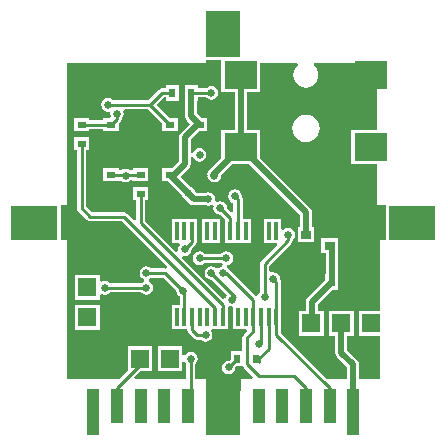
<source format=gbl>
%FSLAX25Y25*%
%MOIN*%
G70*
G01*
G75*
G04 Layer_Physical_Order=2*
G04 Layer_Color=16711680*
%ADD10R,0.04500X0.04500*%
%ADD11R,0.01969X0.08858*%
%ADD12R,0.07874X0.09843*%
G04:AMPARAMS|DCode=13|XSize=31.5mil|YSize=11.81mil|CornerRadius=0mil|HoleSize=0mil|Usage=FLASHONLY|Rotation=180.000|XOffset=0mil|YOffset=0mil|HoleType=Round|Shape=Octagon|*
%AMOCTAGOND13*
4,1,8,-0.01575,0.00295,-0.01575,-0.00295,-0.01280,-0.00591,0.01280,-0.00591,0.01575,-0.00295,0.01575,0.00295,0.01280,0.00591,-0.01280,0.00591,-0.01575,0.00295,0.0*
%
%ADD13OCTAGOND13*%

%ADD14R,0.03150X0.01181*%
%ADD15R,0.03150X0.02362*%
%ADD16C,0.01000*%
%ADD17C,0.02000*%
%ADD18R,0.06250X0.06250*%
%ADD19R,0.15748X0.11811*%
%ADD20R,0.11811X0.15748*%
%ADD21R,0.03937X0.15748*%
%ADD22R,0.03937X0.11811*%
%ADD23R,0.06250X0.06250*%
%ADD24C,0.02500*%
%ADD25R,0.11024X0.09449*%
%ADD26R,0.03500X0.03100*%
G04:AMPARAMS|DCode=27|XSize=59.06mil|YSize=12.8mil|CornerRadius=0mil|HoleSize=0mil|Usage=FLASHONLY|Rotation=90.000|XOffset=0mil|YOffset=0mil|HoleType=Round|Shape=Octagon|*
%AMOCTAGOND27*
4,1,8,0.00320,0.02953,-0.00320,0.02953,-0.00640,0.02633,-0.00640,-0.02633,-0.00320,-0.02953,0.00320,-0.02953,0.00640,-0.02633,0.00640,0.02633,0.00320,0.02953,0.0*
%
%ADD27OCTAGOND27*%

%ADD28R,0.01280X0.05906*%
%ADD29R,0.02362X0.03150*%
G36*
X377346Y326953D02*
X381819D01*
Y314386D01*
X377346D01*
Y305033D01*
X373263Y300950D01*
X372821Y300288D01*
X372666Y299508D01*
X372715Y299259D01*
X372706Y299213D01*
X372881Y298335D01*
X373378Y297590D01*
X374122Y297093D01*
X375000Y296919D01*
X375878Y297093D01*
X376622Y297590D01*
X377119Y298335D01*
X377294Y299213D01*
X377294Y299213D01*
X381018Y302937D01*
X386699D01*
X403473Y286163D01*
Y282078D01*
X402762D01*
Y276978D01*
X408262D01*
Y282078D01*
X407551D01*
Y287008D01*
X407396Y287788D01*
X406954Y288450D01*
X390370Y305033D01*
Y314386D01*
X385897D01*
Y326953D01*
X390370D01*
Y336614D01*
X402676D01*
X402913Y335914D01*
X402552Y335637D01*
X401887Y334770D01*
X401469Y333761D01*
X401326Y332677D01*
X401469Y331594D01*
X401887Y330584D01*
X402552Y329717D01*
X403419Y329052D01*
X404428Y328634D01*
X405512Y328491D01*
X406595Y328634D01*
X407605Y329052D01*
X408472Y329717D01*
X409137Y330584D01*
X409555Y331594D01*
X409698Y332677D01*
X409555Y333761D01*
X409137Y334770D01*
X408472Y335637D01*
X408110Y335914D01*
X408348Y336614D01*
X427165D01*
X429134Y334646D01*
Y314386D01*
X420654D01*
Y302937D01*
X429134D01*
Y289370D01*
X432071D01*
Y277559D01*
X430118D01*
Y254125D01*
X423198D01*
Y245875D01*
X430118D01*
Y231299D01*
X423299D01*
Y236221D01*
X423299Y236221D01*
X423144Y237001D01*
X422702Y237662D01*
X419362Y241002D01*
Y245875D01*
X421448D01*
Y254125D01*
X413198D01*
Y245875D01*
X415284D01*
Y240158D01*
X415439Y239377D01*
X415881Y238716D01*
X419221Y235376D01*
Y231299D01*
X412596D01*
X397199Y246696D01*
Y248725D01*
X397309Y248836D01*
Y255101D01*
X397199Y255212D01*
Y263778D01*
X397082Y264364D01*
X396941Y264575D01*
X396978Y264763D01*
X396804Y265641D01*
X396306Y266385D01*
X395562Y266883D01*
X394684Y267057D01*
X393962Y266914D01*
X393262Y267297D01*
Y269052D01*
X400688Y276478D01*
X401019Y276974D01*
X401136Y277559D01*
Y277843D01*
X401229Y277905D01*
X401726Y278650D01*
X401900Y279528D01*
X401726Y280405D01*
X401229Y281150D01*
X400484Y281647D01*
X399606Y281822D01*
X398728Y281647D01*
X398009Y281166D01*
X397860Y281195D01*
X397309Y281399D01*
Y284662D01*
X391471D01*
Y276756D01*
X395726D01*
X395994Y276109D01*
X390651Y270766D01*
X390319Y270270D01*
X390203Y269685D01*
Y260542D01*
X390110Y260480D01*
X389613Y259736D01*
X389525Y259297D01*
X388766Y259066D01*
X380018Y267814D01*
X379870Y267913D01*
X379575Y268354D01*
X379093Y268677D01*
X379240Y269420D01*
X379815Y269534D01*
X380559Y270031D01*
X381056Y270776D01*
X381231Y271654D01*
X381056Y272531D01*
X380559Y273276D01*
X379815Y273773D01*
X378937Y273948D01*
X378059Y273773D01*
X377315Y273276D01*
X377253Y273183D01*
X371763D01*
X371701Y273276D01*
X370957Y273773D01*
X370079Y273948D01*
X369201Y273773D01*
X368457Y273276D01*
X367959Y272531D01*
X367785Y271654D01*
X367959Y270776D01*
X368457Y270031D01*
X369201Y269534D01*
X370079Y269359D01*
X370957Y269534D01*
X371701Y270031D01*
X371763Y270124D01*
X377253D01*
X377315Y270031D01*
X377797Y269709D01*
X377649Y268966D01*
X377075Y268852D01*
X376331Y268354D01*
X375638D01*
X374894Y268852D01*
X374016Y269026D01*
X373138Y268852D01*
X372394Y268354D01*
X371896Y267610D01*
X371722Y266732D01*
X371896Y265854D01*
X372394Y265110D01*
X373138Y264613D01*
X374016Y264438D01*
X374125Y264460D01*
X379205Y259380D01*
X378786Y258752D01*
X378699Y258313D01*
X377939Y258082D01*
X364240Y271781D01*
X364585Y272426D01*
X365158Y272312D01*
X366035Y272487D01*
X366780Y272984D01*
X367277Y273728D01*
X367452Y274606D01*
X367430Y274716D01*
X368601Y275887D01*
X368933Y276383D01*
X369007Y276756D01*
X369160D01*
Y284662D01*
X360762D01*
Y276756D01*
X363110D01*
X363204Y276640D01*
X363420Y276056D01*
X363038Y275484D01*
X362863Y274606D01*
X362977Y274034D01*
X362332Y273689D01*
X351923Y284098D01*
Y290929D01*
X352969D01*
Y295291D01*
X347819D01*
Y290929D01*
X348864D01*
Y284533D01*
X348218Y284265D01*
X345969Y286514D01*
X345472Y286846D01*
X344887Y286963D01*
X334295D01*
X332238Y289019D01*
Y307661D01*
X333283D01*
Y312024D01*
X328134D01*
Y307661D01*
X329179D01*
Y288386D01*
X329296Y287801D01*
X329627Y287304D01*
X332580Y284352D01*
X333076Y284020D01*
X333661Y283904D01*
X344253D01*
X359300Y268857D01*
X358955Y268212D01*
X358705Y268262D01*
X354046D01*
X353984Y268354D01*
X353240Y268852D01*
X352362Y269026D01*
X351484Y268852D01*
X350740Y268354D01*
X350243Y267610D01*
X350068Y266732D01*
X350243Y265854D01*
X350740Y265110D01*
X351448Y264637D01*
X351484Y264369D01*
Y264174D01*
X351448Y263906D01*
X350740Y263433D01*
X350678Y263340D01*
X340267D01*
X340205Y263433D01*
X339461Y263931D01*
X338583Y264105D01*
X337705Y263931D01*
X337502Y263795D01*
X336802Y264169D01*
Y266094D01*
X328552D01*
Y257844D01*
X336802D01*
Y259453D01*
X337502Y259827D01*
X337705Y259692D01*
X338583Y259517D01*
X339461Y259692D01*
X340205Y260189D01*
X340267Y260282D01*
X350678D01*
X350740Y260189D01*
X351484Y259692D01*
X352362Y259517D01*
X353240Y259692D01*
X353984Y260189D01*
X354482Y260933D01*
X354656Y261811D01*
X354482Y262689D01*
X353984Y263433D01*
X353276Y263906D01*
X353240Y264174D01*
Y264369D01*
X353276Y264637D01*
X353984Y265110D01*
X354046Y265203D01*
X358072D01*
X362339Y260936D01*
X362317Y260827D01*
X362492Y259949D01*
X362989Y259205D01*
X363431Y258909D01*
Y255921D01*
X360762D01*
Y248016D01*
X365990D01*
Y247638D01*
X366107Y247053D01*
X366438Y246556D01*
X368013Y244982D01*
X368509Y244650D01*
X369094Y244534D01*
X370363D01*
X370425Y244441D01*
X371169Y243944D01*
X372047Y243769D01*
X372925Y243944D01*
X373669Y244441D01*
X374167Y245185D01*
X374341Y246063D01*
X374167Y246941D01*
X373916Y247316D01*
X374290Y248016D01*
X379396D01*
Y255335D01*
X379975Y255719D01*
X380096Y255741D01*
X380906Y255580D01*
X381234Y255310D01*
Y248016D01*
X385611D01*
X385901Y247316D01*
X384745Y246160D01*
X384414Y245664D01*
X384297Y245079D01*
Y240764D01*
X380496D01*
Y238171D01*
X379834Y237509D01*
X379724Y237530D01*
X378846Y237356D01*
X378102Y236858D01*
X377605Y236114D01*
X377430Y235236D01*
X377605Y234358D01*
X378102Y233614D01*
X378846Y233117D01*
X379724Y232942D01*
X380602Y233117D01*
X381347Y233614D01*
X381844Y234358D01*
X382018Y235236D01*
X382595Y235614D01*
X384428D01*
X384745Y235139D01*
X387938Y231946D01*
X387671Y231299D01*
X383858D01*
Y227362D01*
X372047D01*
Y231299D01*
X368655D01*
Y236505D01*
X368748Y236567D01*
X369245Y237311D01*
X369420Y238189D01*
X369245Y239067D01*
X368748Y239811D01*
X368004Y240308D01*
X367126Y240483D01*
X366248Y240308D01*
X365504Y239811D01*
X365209Y239370D01*
X365060Y239270D01*
X364361Y239484D01*
Y242314D01*
X356111D01*
Y234064D01*
X364361D01*
Y236894D01*
X365057Y237107D01*
X365061Y237107D01*
X365308Y236860D01*
X365504Y236567D01*
X365597Y236505D01*
Y231299D01*
X348392D01*
X348125Y231946D01*
X350243Y234064D01*
X354361D01*
Y242314D01*
X346111D01*
Y234258D01*
X343152Y231299D01*
X325787D01*
Y277559D01*
X323835D01*
Y289370D01*
X325787D01*
Y336614D01*
X372047D01*
Y337583D01*
X377346D01*
Y326953D01*
D02*
G37*
%LPC*%
G36*
X376836Y284662D02*
X370998D01*
Y276756D01*
X376836D01*
Y284662D01*
D02*
G37*
G36*
X336802Y256094D02*
X328552D01*
Y247844D01*
X336802D01*
Y256094D01*
D02*
G37*
G36*
X416162Y278378D02*
X410662D01*
Y273278D01*
X412134D01*
Y266354D01*
X411992D01*
Y264482D01*
X406038Y258528D01*
X405596Y257867D01*
X405441Y257087D01*
Y254125D01*
X403198D01*
Y245875D01*
X411448D01*
Y254125D01*
X409519D01*
Y256242D01*
X414482Y261205D01*
X416354D01*
Y266354D01*
X416213D01*
Y275066D01*
X416213Y275066D01*
X416162Y275321D01*
Y278378D01*
D02*
G37*
G36*
X363205Y329346D02*
X358842D01*
Y328301D01*
X357480D01*
X356895Y328185D01*
X356399Y327853D01*
X352910Y324364D01*
X341251D01*
X341189Y324457D01*
X340445Y324954D01*
X339567Y325129D01*
X338689Y324954D01*
X337945Y324457D01*
X337448Y323713D01*
X337273Y322835D01*
X337448Y321957D01*
X337945Y321213D01*
X338689Y320715D01*
X339567Y320541D01*
X339771Y320581D01*
X340266Y320086D01*
X340226Y319882D01*
X340396Y319023D01*
X340400Y319003D01*
X340014Y318323D01*
X337976D01*
Y317671D01*
X333283D01*
Y318323D01*
X328134D01*
Y313961D01*
X333283D01*
Y314612D01*
X337976D01*
Y313961D01*
X343126D01*
Y316554D01*
X343601Y317029D01*
X343933Y317525D01*
X344049Y318110D01*
Y318198D01*
X344142Y318260D01*
X344639Y319004D01*
X344814Y319882D01*
X344670Y320605D01*
X345053Y321305D01*
X352910D01*
X357661Y316554D01*
Y313961D01*
X362811D01*
Y318323D01*
X360218D01*
X355706Y322835D01*
X358114Y325242D01*
X358842D01*
Y324197D01*
X363205D01*
Y329346D01*
D02*
G37*
G36*
X369504D02*
X365142D01*
Y324197D01*
X365284D01*
Y318898D01*
X365439Y318117D01*
X365881Y317456D01*
X366801Y316535D01*
X363716Y313450D01*
X363274Y312788D01*
X363118Y312008D01*
Y303994D01*
X360715Y301590D01*
X357662D01*
Y297228D01*
X359534D01*
X364191Y292571D01*
X364219Y292429D01*
X364717Y291685D01*
X365461Y291188D01*
X365602Y291160D01*
X366272Y290490D01*
X366668Y289897D01*
X367330Y289455D01*
X368110Y289299D01*
X372034D01*
X372154Y289219D01*
X373031Y289044D01*
X373909Y289219D01*
X374160Y289386D01*
X374790Y288965D01*
X374674Y288386D01*
X374849Y287508D01*
X375346Y286764D01*
X376091Y286266D01*
X376969Y286092D01*
X377078Y286114D01*
X378675Y284516D01*
Y276756D01*
X387073D01*
Y284662D01*
X384403D01*
Y291339D01*
X384287Y291924D01*
X384146Y292134D01*
X384184Y292323D01*
X384009Y293201D01*
X383512Y293945D01*
X382768Y294442D01*
X381890Y294617D01*
X381012Y294442D01*
X380268Y293945D01*
X379770Y293201D01*
X379596Y292323D01*
X379770Y291445D01*
X380268Y290701D01*
X381012Y290203D01*
X381345Y290137D01*
Y287087D01*
X380698Y286819D01*
X379241Y288276D01*
X379263Y288386D01*
X379088Y289264D01*
X378591Y290008D01*
X377846Y290505D01*
X376969Y290680D01*
X376091Y290505D01*
X375840Y290338D01*
X375210Y290759D01*
X375326Y291339D01*
X375151Y292216D01*
X374654Y292961D01*
X373909Y293458D01*
X373031Y293633D01*
X372154Y293458D01*
X372034Y293378D01*
X369152D01*
X368486Y294043D01*
X368458Y294185D01*
X367961Y294929D01*
X367217Y295427D01*
X367075Y295455D01*
X363711Y298819D01*
X366599Y301708D01*
X366599Y301708D01*
X366864Y302104D01*
X367041Y302369D01*
X367197Y303150D01*
Y305470D01*
X367897Y305539D01*
X367959Y305224D01*
X368457Y304480D01*
X369201Y303983D01*
X370079Y303808D01*
X370957Y303983D01*
X371701Y304480D01*
X372198Y305224D01*
X372373Y306102D01*
X372198Y306980D01*
X371701Y307724D01*
X370957Y308222D01*
X370079Y308396D01*
X369201Y308222D01*
X368457Y307724D01*
X367959Y306980D01*
X367897Y306665D01*
X367197Y306734D01*
Y311163D01*
X369994Y313961D01*
X372654D01*
Y318323D01*
X370781D01*
X369362Y319742D01*
Y324197D01*
X369504D01*
Y325242D01*
X372332D01*
X372394Y325149D01*
X373138Y324652D01*
X374016Y324478D01*
X374894Y324652D01*
X375638Y325149D01*
X376135Y325894D01*
X376310Y326772D01*
X376135Y327650D01*
X375638Y328394D01*
X374894Y328891D01*
X374016Y329066D01*
X373138Y328891D01*
X372394Y328394D01*
X372332Y328301D01*
X369504D01*
Y329346D01*
D02*
G37*
G36*
X343126Y301591D02*
X337977D01*
Y297228D01*
X343126D01*
Y297414D01*
X343826Y297627D01*
X343850Y297590D01*
X344594Y297093D01*
X345472Y296919D01*
X346350Y297093D01*
X347094Y297590D01*
X347119Y297627D01*
X347819Y297415D01*
Y297228D01*
X352969D01*
Y301591D01*
X347819D01*
Y300939D01*
X346939D01*
X346350Y301332D01*
X345472Y301507D01*
X344594Y301332D01*
X344006Y300939D01*
X343126D01*
Y301591D01*
D02*
G37*
G36*
X405512Y319550D02*
X404324Y319393D01*
X403217Y318935D01*
X402267Y318206D01*
X401537Y317255D01*
X401079Y316148D01*
X400922Y314961D01*
X401079Y313773D01*
X401537Y312666D01*
X402267Y311716D01*
X403217Y310986D01*
X404324Y310528D01*
X405512Y310371D01*
X406700Y310528D01*
X407806Y310986D01*
X408757Y311716D01*
X409486Y312666D01*
X409945Y313773D01*
X410101Y314961D01*
X409945Y316148D01*
X409486Y317255D01*
X408757Y318206D01*
X407806Y318935D01*
X406700Y319393D01*
X405512Y319550D01*
D02*
G37*
%LPD*%
D15*
X350394Y299410D02*
D03*
Y293110D02*
D03*
X330709Y316142D02*
D03*
Y309842D02*
D03*
X340551Y299410D02*
D03*
Y293110D02*
D03*
Y316142D02*
D03*
Y309842D02*
D03*
X360236Y299410D02*
D03*
Y293110D02*
D03*
X370079Y316142D02*
D03*
Y309842D02*
D03*
X360236Y316142D02*
D03*
Y309842D02*
D03*
D16*
X413386Y220472D02*
Y228346D01*
X395669Y246063D02*
X413386Y228346D01*
X395669Y246063D02*
Y251969D01*
X395669Y251969D01*
X389764Y232283D02*
X401575D01*
X405512Y228346D01*
Y220472D02*
Y228346D01*
X340551Y316142D02*
X340551Y316142D01*
X330709Y316142D02*
X340551D01*
X342520Y318110D02*
Y319882D01*
X340551Y316142D02*
X342520Y318110D01*
X340551Y322835D02*
X353543D01*
X360236Y316142D01*
X340551Y299410D02*
X340551Y299410D01*
X350394D01*
X330709Y309842D02*
X330709Y309842D01*
Y288386D02*
Y309842D01*
X360236Y309842D02*
X360236Y309843D01*
X357480Y326772D02*
X361024D01*
X353543Y322835D02*
X357480Y326772D01*
X367323Y326772D02*
X374016D01*
X381890Y292323D02*
X382874Y291339D01*
Y280709D02*
Y291339D01*
X380315Y280709D02*
Y285039D01*
X376969Y288386D02*
X380315Y285039D01*
X377756Y251969D02*
Y256102D01*
X374016Y266732D02*
X381890Y258858D01*
X399606Y277559D02*
Y279528D01*
X350394Y283465D02*
Y293110D01*
X330709Y288386D02*
X333661Y285433D01*
X344887D01*
X375197Y251969D02*
Y255123D01*
X352362Y266732D02*
X358705D01*
X364611Y260827D01*
X364961Y260477D01*
Y251969D02*
Y260477D01*
X344887Y285433D02*
X375197Y255123D01*
X350394Y283465D02*
X377756Y256102D01*
X365158Y274606D02*
X367520Y276969D01*
Y280709D01*
X385827Y236221D02*
X389764Y232283D01*
X385827Y236221D02*
Y245079D01*
X387992Y247244D01*
Y251969D01*
X390551Y243898D02*
Y251969D01*
X389764Y243110D02*
X390551Y243898D01*
X370079Y271654D02*
X378937D01*
X389862Y237106D02*
Y238287D01*
X393110Y241535D01*
Y251969D01*
X377953Y266732D02*
X378937D01*
X391732Y269685D02*
X399606Y277559D01*
X378937Y266732D02*
X387992Y257677D01*
Y251969D02*
Y257677D01*
X391732Y258858D02*
Y269685D01*
X395669Y253937D02*
Y263778D01*
X394684Y264763D02*
X395669Y263778D01*
X342520Y228504D02*
X352205Y238189D01*
X342520Y220472D02*
Y228504D01*
X379724Y235236D02*
X382677Y238189D01*
X366142Y220472D02*
X367126Y221457D01*
Y237205D01*
X366142Y238189D02*
X367126Y237205D01*
X367520Y247638D02*
Y251969D01*
Y247638D02*
X369094Y246063D01*
X372047D01*
X338583Y261811D02*
X352362D01*
D17*
X421260Y220472D02*
Y236221D01*
X417323Y240158D02*
X421260Y236221D01*
X417323Y240158D02*
Y250000D01*
X417323Y250000D01*
X407323D02*
X407480Y250157D01*
Y257087D01*
X414173Y263780D01*
Y275066D01*
X413412Y275828D02*
X414173Y275066D01*
X383858Y308661D02*
Y332677D01*
X367323Y318898D02*
Y326772D01*
Y318898D02*
X370079Y316142D01*
X369291D02*
X370079D01*
X365158Y312008D02*
X369291Y316142D01*
X365158Y303150D02*
Y312008D01*
X361417Y299410D02*
X365158Y303150D01*
X360236Y299410D02*
X361417D01*
X368110Y291339D02*
X368307D01*
X373031D01*
X360236Y299410D02*
X366339Y293307D01*
X368307Y291339D01*
X405512Y279528D02*
Y287008D01*
X383858Y308661D02*
X405512Y287008D01*
X374705Y299508D02*
X383858Y308661D01*
D18*
X407323Y250000D02*
D03*
X417323D02*
D03*
X427323D02*
D03*
X350236Y238189D02*
D03*
X360236D02*
D03*
D19*
X440945Y283465D02*
D03*
X314961D02*
D03*
D20*
X377953Y346457D02*
D03*
Y220472D02*
D03*
D21*
X421260D02*
D03*
X334646D02*
D03*
D22*
X342520Y222441D02*
D03*
X350394D02*
D03*
X358268D02*
D03*
X366142D02*
D03*
X389764D02*
D03*
X397638D02*
D03*
X405512D02*
D03*
X413386D02*
D03*
D23*
X332677Y241968D02*
D03*
Y251969D02*
D03*
Y261968D02*
D03*
D24*
X374016Y326772D02*
D03*
X342520Y319882D02*
D03*
X339567Y322835D02*
D03*
X345472Y299213D02*
D03*
X351378Y319882D02*
D03*
X381890Y292323D02*
D03*
X375000Y299213D02*
D03*
X376969Y288386D02*
D03*
X374016Y266732D02*
D03*
X380906Y257874D02*
D03*
X399606Y279528D02*
D03*
X417323Y292323D02*
D03*
X405512Y292323D02*
D03*
X352362Y256890D02*
D03*
Y266732D02*
D03*
X364611Y260827D02*
D03*
X373031Y291339D02*
D03*
X366339Y293307D02*
D03*
X365158Y274606D02*
D03*
X389764Y286614D02*
D03*
Y243110D02*
D03*
X370079Y271654D02*
D03*
X378937D02*
D03*
X377953Y266732D02*
D03*
X391732Y258858D02*
D03*
X394684Y264763D02*
D03*
X400591Y269685D02*
D03*
X370079Y306102D02*
D03*
X379724Y235236D02*
D03*
X372047Y246063D02*
D03*
X352362Y261811D02*
D03*
X338583D02*
D03*
X367126Y238189D02*
D03*
D25*
X383858Y332677D02*
D03*
X427165D02*
D03*
Y308661D02*
D03*
X383858D02*
D03*
D26*
X413412Y283228D02*
D03*
Y275828D02*
D03*
X405512Y279528D02*
D03*
D27*
X395669Y251969D02*
D03*
D28*
X393110D02*
D03*
X390551D02*
D03*
X387992D02*
D03*
X385433D02*
D03*
X382874D02*
D03*
X380315D02*
D03*
X377756D02*
D03*
X375197D02*
D03*
X372638D02*
D03*
X370079D02*
D03*
X367520D02*
D03*
X364961D02*
D03*
X362402D02*
D03*
X395669Y280709D02*
D03*
X393110D02*
D03*
X390551D02*
D03*
X387992D02*
D03*
X385433D02*
D03*
X382874D02*
D03*
X380315D02*
D03*
X377756D02*
D03*
X375197D02*
D03*
X372638D02*
D03*
X370079D02*
D03*
X367520D02*
D03*
X364961D02*
D03*
X362402D02*
D03*
D29*
X361024Y326772D02*
D03*
X367323D02*
D03*
X420472Y263779D02*
D03*
X414173D02*
D03*
X388976Y238189D02*
D03*
X382677D02*
D03*
M02*

</source>
